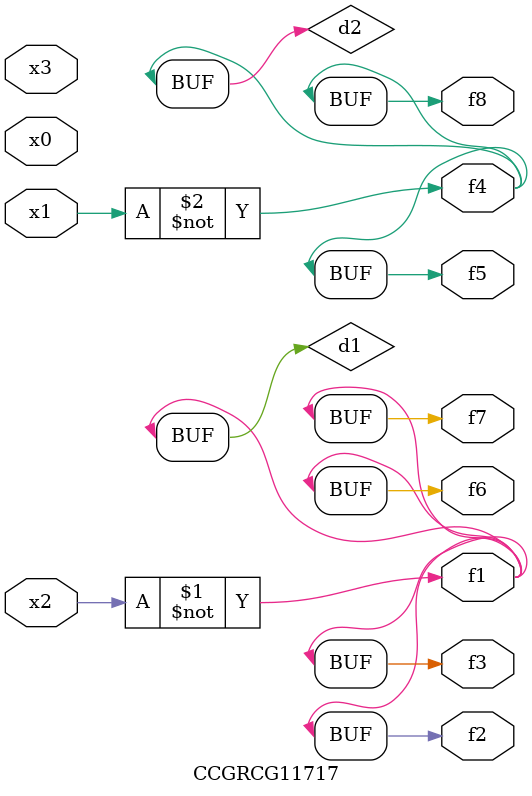
<source format=v>
module CCGRCG11717(
	input x0, x1, x2, x3,
	output f1, f2, f3, f4, f5, f6, f7, f8
);

	wire d1, d2;

	xnor (d1, x2);
	not (d2, x1);
	assign f1 = d1;
	assign f2 = d1;
	assign f3 = d1;
	assign f4 = d2;
	assign f5 = d2;
	assign f6 = d1;
	assign f7 = d1;
	assign f8 = d2;
endmodule

</source>
